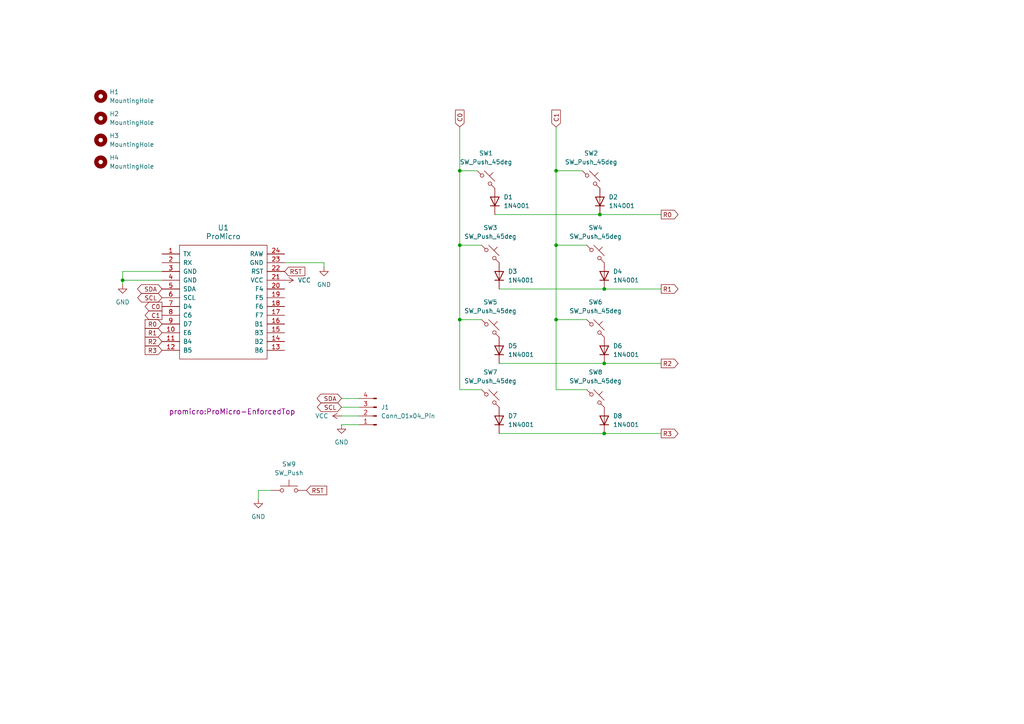
<source format=kicad_sch>
(kicad_sch (version 20231120) (generator "eeschema") (generator_version "8.0")
  (paper "A4")
  (lib_symbols
    (symbol "Connector:Conn_01x04_Pin" (pin_names (offset 1.016) hide)
      (property "Reference" "J" (at 0 5.08 0))
      (property "Value" "Conn_01x04_Pin" (at 0 -7.62 0))
      (symbol "Conn_01x04_Pin_1_1"
        (polyline (pts (xy 1.27 -5.08) (xy 0.8636 -5.08)) (stroke (width 0.1524)))
        (polyline (pts (xy 1.27 -2.54) (xy 0.8636 -2.54)) (stroke (width 0.1524)))
        (polyline (pts (xy 1.27 0) (xy 0.8636 0)) (stroke (width 0.1524)))
        (polyline (pts (xy 1.27 2.54) (xy 0.8636 2.54)) (stroke (width 0.1524)))
        (rectangle (start 0.8636 -4.953) (end 0 -5.207) (stroke (width 0.1524)) (fill (type outline)))
        (rectangle (start 0.8636 -2.413) (end 0 -2.667) (stroke (width 0.1524)) (fill (type outline)))
        (rectangle (start 0.8636 0.127) (end 0 -0.127) (stroke (width 0.1524)) (fill (type outline)))
        (rectangle (start 0.8636 2.667) (end 0 2.413) (stroke (width 0.1524)) (fill (type outline)))
        (pin passive line (at 5.08 2.54 180) (length 3.81) (name "Pin_1") (number "1"))
        (pin passive line (at 5.08 0 180) (length 3.81) (name "Pin_2") (number "2"))
        (pin passive line (at 5.08 -2.54 180) (length 3.81) (name "Pin_3") (number "3"))
        (pin passive line (at 5.08 -5.08 180) (length 3.81) (name "Pin_4") (number "4"))
      )
    )
    (symbol "Diode:1N4001" (pin_numbers hide) (pin_names hide)
      (property "Reference" "D" (at 0 2.54 0))
      (property "Value" "1N4001" (at 0 -2.54 0))
      (symbol "1N4001_0_1"
        (polyline (pts (xy -1.27 1.27) (xy -1.27 -1.27)) (stroke (width 0.254)))
        (polyline (pts (xy 1.27 0) (xy -1.27 0)))
        (polyline (pts (xy 1.27 1.27) (xy 1.27 -1.27) (xy -1.27 0) (xy 1.27 1.27)) (stroke (width 0.254)))
      )
      (symbol "1N4001_1_1"
        (pin passive line (at -3.81 0 0) (length 2.54) (name "K") (number "1"))
        (pin passive line (at 3.81 0 180) (length 2.54) (name "A") (number "2"))
      )
    )
    (symbol "Mechanical:MountingHole" (pin_names (offset 1.016)) (exclude_from_sim yes) (in_bom no)
      (property "Reference" "H" (at 0 5.08 0))
      (property "Value" "MountingHole" (at 0 3.175 0))
      (symbol "MountingHole_0_1"
        (circle (center 0 0) (radius 1.27) (stroke (width 1.27)))
      )
    )
    (symbol "Switch:SW_Push" (pin_numbers hide) (pin_names (offset 1.016) hide)
      (property "Reference" "SW" (at 1.27 2.54 0))
      (property "Value" "SW_Push" (at 0 -1.524 0))
      (symbol "SW_Push_0_1"
        (circle (center -2.032 0) (radius 0.508))
        (polyline (pts (xy 0 1.27) (xy 0 3.048)))
        (polyline (pts (xy 2.54 1.27) (xy -2.54 1.27)))
        (circle (center 2.032 0) (radius 0.508))
        (pin passive line (at -5.08 0 0) (length 2.54) (name "1") (number "1"))
        (pin passive line (at 5.08 0 180) (length 2.54) (name "2") (number "2"))
      )
    )
    (symbol "Switch:SW_Push_45deg" (pin_numbers hide) (pin_names (offset 1.016) hide)
      (property "Reference" "SW" (at 3.048 1.016 0))
      (property "Value" "SW_Push_45deg" (at 0 -3.81 0))
      (symbol "SW_Push_45deg_0_1"
        (circle (center -1.1684 1.1684) (radius 0.508))
        (polyline (pts (xy -0.508 2.54) (xy 2.54 -0.508)))
        (polyline (pts (xy 1.016 1.016) (xy 2.032 2.032)))
        (polyline (pts (xy -2.54 2.54) (xy -1.524 1.524) (xy -1.524 1.524)))
        (polyline (pts (xy 1.524 -1.524) (xy 2.54 -2.54) (xy 2.54 -2.54) (xy 2.54 -2.54)))
        (circle (center 1.143 -1.1938) (radius 0.508))
        (pin passive line (at -2.54 2.54 0) (length 0) (name "1") (number "1"))
        (pin passive line (at 2.54 -2.54 180) (length 0) (name "2") (number "2"))
      )
    )
    (symbol "power:GND" (power) (pin_numbers hide) (pin_names (offset 0) hide)
      (property "Value" "GND" (at 0 -3.81 0))
      (symbol "GND_0_1"
        (polyline (pts (xy 0 0) (xy 0 -1.27) (xy 1.27 -1.27) (xy 0 -2.54) (xy -1.27 -1.27) (xy 0 -1.27)))
      )
      (symbol "GND_1_1"
        (pin power_in line (at 0 0 270) (length 0) (name "~") (number "1"))
      )
    )
    (symbol "power:VCC" (power) (pin_numbers hide) (pin_names (offset 0) hide)
      (property "Value" "VCC" (at 0 3.556 0))
      (symbol "VCC_0_1"
        (polyline (pts (xy -0.762 1.27) (xy 0 2.54)))
        (polyline (pts (xy 0 0) (xy 0 2.54)))
        (polyline (pts (xy 0 2.54) (xy 0.762 1.27)))
      )
      (symbol "VCC_1_1"
        (pin power_in line (at 0 0 90) (length 0) (name "~") (number "1"))
      )
    )
    (symbol "promicro:ProMicro" (pin_names (offset 1.016))
      (property "Reference" "U" (at 0 24.13 0))
      (property "Value" "ProMicro" (at 0 -13.97 0))
      (symbol "ProMicro_0_1"
        (rectangle (start -12.7 21.59) (end 12.7 -11.43))
      )
      (symbol "ProMicro_1_1"
        (pin bidirectional line (at -17.78 19.05 0) (length 5.08) (name "TX") (number "1"))
        (pin bidirectional line (at -17.78 -3.81 0) (length 5.08) (name "E6") (number "10"))
        (pin bidirectional line (at -17.78 -6.35 0) (length 5.08) (name "B4") (number "11"))
        (pin bidirectional line (at -17.78 -8.89 0) (length 5.08) (name "B5") (number "12"))
        (pin bidirectional line (at 17.78 -8.89 180) (length 5.08) (name "B6") (number "13"))
        (pin bidirectional line (at 17.78 -6.35 180) (length 5.08) (name "B2") (number "14"))
        (pin bidirectional line (at 17.78 -3.81 180) (length 5.08) (name "B3") (number "15"))
        (pin bidirectional line (at 17.78 -1.27 180) (length 5.08) (name "B1") (number "16"))
        (pin bidirectional line (at 17.78 1.27 180) (length 5.08) (name "F7") (number "17"))
        (pin bidirectional line (at 17.78 3.81 180) (length 5.08) (name "F6") (number "18"))
        (pin bidirectional line (at 17.78 6.35 180) (length 5.08) (name "F5") (number "19"))
        (pin bidirectional line (at -17.78 16.51 0) (length 5.08) (name "RX") (number "2"))
        (pin bidirectional line (at 17.78 8.89 180) (length 5.08) (name "F4") (number "20"))
        (pin power_in line (at 17.78 11.43 180) (length 5.08) (name "VCC") (number "21"))
        (pin input line (at 17.78 13.97 180) (length 5.08) (name "RST") (number "22"))
        (pin power_in line (at 17.78 16.51 180) (length 5.08) (name "GND") (number "23"))
        (pin power_out line (at 17.78 19.05 180) (length 5.08) (name "RAW") (number "24"))
        (pin power_in line (at -17.78 13.97 0) (length 5.08) (name "GND") (number "3"))
        (pin power_in line (at -17.78 11.43 0) (length 5.08) (name "GND") (number "4"))
        (pin bidirectional line (at -17.78 8.89 0) (length 5.08) (name "SDA") (number "5"))
        (pin bidirectional line (at -17.78 6.35 0) (length 5.08) (name "SCL") (number "6"))
        (pin bidirectional line (at -17.78 3.81 0) (length 5.08) (name "D4") (number "7"))
        (pin bidirectional line (at -17.78 1.27 0) (length 5.08) (name "C6") (number "8"))
        (pin bidirectional line (at -17.78 -1.27 0) (length 5.08) (name "D7") (number "9"))
      )
    )
  )
  (junction (at 175.26 105.41))
  (junction (at 133.35 92.71))
  (junction (at 173.99 62.23))
  (junction (at 133.35 49.53))
  (junction (at 161.29 92.71))
  (junction (at 161.29 71.12))
  (junction (at 161.29 49.53))
  (junction (at 35.56 81.28))
  (junction (at 175.26 83.82))
  (junction (at 133.35 71.12))
  (junction (at 175.26 125.73))
  (wire (pts (xy 175.26 105.41) (xy 191.77 105.41)))
  (wire (pts (xy 175.26 83.82) (xy 191.77 83.82)))
  (wire (pts (xy 175.26 125.73) (xy 191.77 125.73)))
  (wire (pts (xy 35.56 78.74) (xy 35.56 81.28)))
  (wire (pts (xy 161.29 71.12) (xy 170.18 71.12)))
  (wire (pts (xy 144.78 105.41) (xy 175.26 105.41)))
  (wire (pts (xy 161.29 71.12) (xy 161.29 92.71)))
  (wire (pts (xy 133.35 36.83) (xy 133.35 49.53)))
  (wire (pts (xy 133.35 49.53) (xy 138.43 49.53)))
  (wire (pts (xy 99.06 115.57) (xy 104.14 115.57)))
  (wire (pts (xy 82.55 76.2) (xy 93.98 76.2)))
  (wire (pts (xy 133.35 49.53) (xy 133.35 71.12)))
  (wire (pts (xy 99.06 123.19) (xy 104.14 123.19)))
  (wire (pts (xy 133.35 113.03) (xy 139.7 113.03)))
  (wire (pts (xy 35.56 81.28) (xy 46.99 81.28)))
  (wire (pts (xy 161.29 36.83) (xy 161.29 49.53)))
  (wire (pts (xy 78.74 142.24) (xy 74.93 142.24)))
  (wire (pts (xy 35.56 81.28) (xy 35.56 82.55)))
  (wire (pts (xy 133.35 71.12) (xy 133.35 92.71)))
  (wire (pts (xy 74.93 142.24) (xy 74.93 144.78)))
  (wire (pts (xy 46.99 78.74) (xy 35.56 78.74)))
  (wire (pts (xy 161.29 92.71) (xy 161.29 113.03)))
  (wire (pts (xy 99.06 118.11) (xy 104.14 118.11)))
  (wire (pts (xy 161.29 113.03) (xy 170.18 113.03)))
  (wire (pts (xy 161.29 49.53) (xy 168.91 49.53)))
  (wire (pts (xy 144.78 125.73) (xy 175.26 125.73)))
  (wire (pts (xy 93.98 77.47) (xy 93.98 76.2)))
  (wire (pts (xy 133.35 92.71) (xy 133.35 113.03)))
  (wire (pts (xy 133.35 71.12) (xy 139.7 71.12)))
  (wire (pts (xy 143.51 62.23) (xy 173.99 62.23)))
  (wire (pts (xy 144.78 83.82) (xy 175.26 83.82)))
  (wire (pts (xy 133.35 92.71) (xy 139.7 92.71)))
  (wire (pts (xy 161.29 92.71) (xy 170.18 92.71)))
  (wire (pts (xy 161.29 49.53) (xy 161.29 71.12)))
  (wire (pts (xy 99.06 120.65) (xy 104.14 120.65)))
  (wire (pts (xy 173.99 62.23) (xy 191.77 62.23)))
  (global_label "R0" (shape input) (at 46.99 93.98 180) (property "Intersheetrefs" "${INTERSHEET_REFS}" (effects (hide yes))))
  (global_label "R1" (shape input) (at 46.99 96.52 180) (property "Intersheetrefs" "${INTERSHEET_REFS}" (effects (hide yes))))
  (global_label "C1" (shape input) (at 161.29 36.83 90) (property "Intersheetrefs" "${INTERSHEET_REFS}" (effects (hide yes))))
  (global_label "R3" (shape output) (at 191.77 125.73 0) (property "Intersheetrefs" "${INTERSHEET_REFS}" (effects (hide yes))))
  (global_label "R3" (shape input) (at 46.99 101.6 180) (property "Intersheetrefs" "${INTERSHEET_REFS}" (effects (hide yes))))
  (global_label "C1" (shape output) (at 46.99 91.44 180) (property "Intersheetrefs" "${INTERSHEET_REFS}" (effects (hide yes))))
  (global_label "SDA" (shape bidirectional) (at 46.99 83.82 180) (property "Intersheetrefs" "${INTERSHEET_REFS}" (effects (hide yes))))
  (global_label "R2" (shape input) (at 46.99 99.06 180) (property "Intersheetrefs" "${INTERSHEET_REFS}" (effects (hide yes))))
  (global_label "SCL" (shape bidirectional) (at 99.06 118.11 180) (property "Intersheetrefs" "${INTERSHEET_REFS}" (effects (hide yes))))
  (global_label "SDA" (shape bidirectional) (at 99.06 115.57 180) (property "Intersheetrefs" "${INTERSHEET_REFS}" (effects (hide yes))))
  (global_label "RST" (shape input) (at 88.9 142.24 0) (property "Intersheetrefs" "${INTERSHEET_REFS}" (effects (hide yes))))
  (global_label "R1" (shape output) (at 191.77 83.82 0) (property "Intersheetrefs" "${INTERSHEET_REFS}" (effects (hide yes))))
  (global_label "R2" (shape output) (at 191.77 105.41 0) (property "Intersheetrefs" "${INTERSHEET_REFS}" (effects (hide yes))))
  (global_label "RST" (shape input) (at 82.55 78.74 0) (property "Intersheetrefs" "${INTERSHEET_REFS}" (effects (hide yes))))
  (global_label "C0" (shape output) (at 46.99 88.9 180) (property "Intersheetrefs" "${INTERSHEET_REFS}" (effects (hide yes))))
  (global_label "C0" (shape input) (at 133.35 36.83 90) (property "Intersheetrefs" "${INTERSHEET_REFS}" (effects (hide yes))))
  (global_label "SCL" (shape bidirectional) (at 46.99 86.36 180) (property "Intersheetrefs" "${INTERSHEET_REFS}" (effects (hide yes))))
  (global_label "R0" (shape output) (at 191.77 62.23 0) (property "Intersheetrefs" "${INTERSHEET_REFS}" (effects (hide yes))))
  (symbol (lib_id "power:GND") (at 35.56 82.55 0) (unit 1)
    (property "Reference" "#PWR01" (effects (hide yes)))
    (property "Value" "GND" (at 35.56 87.63 0))
    (property "Description" "Power symbol creates a global label with name \"GND\" , ground" (effects (hide yes)))
  )
  (symbol (lib_id "Diode:1N4001") (at 175.26 121.92 90) (unit 1)
    (property "Reference" "D8" (at 177.8 120.6499 90) (effects (justify right)))
    (property "Value" "1N4001" (at 177.8 123.1899 90) (effects (justify right)))
    (property "Footprint" "Diode_THT:D_DO-41_SOD81_P10.16mm_Horizontal" (effects (hide yes)))
    (property "Datasheet" "http://www.vishay.com/docs/88503/1n4001.pdf" (effects (hide yes)))
    (property "Description" "50V 1A General Purpose Rectifier Diode, DO-41" (effects (hide yes)))
    (property "Sim.Device" "D" (effects (hide yes)))
    (property "Sim.Pins" "1=K 2=A" (effects (hide yes)))
  )
  (symbol (lib_id "Diode:1N4001") (at 143.51 58.42 90) (unit 1)
    (property "Reference" "D1" (at 146.05 57.1499 90) (effects (justify right)))
    (property "Value" "1N4001" (at 146.05 59.6899 90) (effects (justify right)))
    (property "Footprint" "Diode_THT:D_DO-41_SOD81_P10.16mm_Horizontal" (effects (hide yes)))
    (property "Datasheet" "http://www.vishay.com/docs/88503/1n4001.pdf" (effects (hide yes)))
    (property "Description" "50V 1A General Purpose Rectifier Diode, DO-41" (effects (hide yes)))
    (property "Sim.Device" "D" (effects (hide yes)))
    (property "Sim.Pins" "1=K 2=A" (effects (hide yes)))
  )
  (symbol (lib_id "power:GND") (at 99.06 123.19 0) (unit 1)
    (property "Reference" "#PWR05" (effects (hide yes)))
    (property "Value" "GND" (at 99.06 128.27 0))
    (property "Description" "Power symbol creates a global label with name \"GND\" , ground" (effects (hide yes)))
  )
  (symbol (lib_id "Switch:SW_Push_45deg") (at 172.72 115.57 0) (unit 1)
    (property "Reference" "SW8" (at 172.72 107.95 0))
    (property "Value" "SW_Push_45deg" (at 172.72 110.49 0))
    (property "Footprint" "Button_Switch_Keyboard:SW_Cherry_MX_1.00u_PCB" (effects (hide yes)))
    (property "Description" "Push button switch, normally open, two pins, 45° tilted" (effects (hide yes)))
  )
  (symbol (lib_id "Switch:SW_Push_45deg") (at 140.97 52.07 0) (unit 1)
    (property "Reference" "SW1" (at 140.97 44.45 0))
    (property "Value" "SW_Push_45deg" (at 140.97 46.99 0))
    (property "Footprint" "Button_Switch_Keyboard:SW_Cherry_MX_1.00u_PCB" (effects (hide yes)))
    (property "Description" "Push button switch, normally open, two pins, 45° tilted" (effects (hide yes)))
  )
  (symbol (lib_id "promicro:ProMicro") (at 64.77 92.71 0) (unit 1)
    (property "Reference" "U1" (at 64.77 66.04 0) (effects (font (size 1.524 1.524))))
    (property "Value" "ProMicro" (at 64.77 68.58 0) (effects (font (size 1.524 1.524))))
    (property "Footprint" "promicro:ProMicro-EnforcedTop" (at 67.31 119.38 0) (effects (font (size 1.524 1.524))))
  )
  (symbol (lib_id "Diode:1N4001") (at 175.26 80.01 90) (unit 1)
    (property "Reference" "D4" (at 177.8 78.7399 90) (effects (justify right)))
    (property "Value" "1N4001" (at 177.8 81.2799 90) (effects (justify right)))
    (property "Footprint" "Diode_THT:D_DO-41_SOD81_P10.16mm_Horizontal" (effects (hide yes)))
    (property "Datasheet" "http://www.vishay.com/docs/88503/1n4001.pdf" (effects (hide yes)))
    (property "Description" "50V 1A General Purpose Rectifier Diode, DO-41" (effects (hide yes)))
    (property "Sim.Device" "D" (effects (hide yes)))
    (property "Sim.Pins" "1=K 2=A" (effects (hide yes)))
  )
  (symbol (lib_id "power:VCC") (at 82.55 81.28 270) (unit 1)
    (property "Reference" "#PWR03" (effects (hide yes)))
    (property "Value" "VCC" (at 86.36 81.2799 90) (effects (justify left)))
    (property "Description" "Power symbol creates a global label with name \"VCC\"" (effects (hide yes)))
  )
  (symbol (lib_id "power:GND") (at 93.98 77.47 0) (unit 1)
    (property "Reference" "#PWR02" (effects (hide yes)))
    (property "Value" "GND" (at 93.98 82.55 0))
    (property "Description" "Power symbol creates a global label with name \"GND\" , ground" (effects (hide yes)))
  )
  (symbol (lib_id "Switch:SW_Push") (at 83.82 142.24 0) (unit 1)
    (property "Reference" "SW9" (at 83.82 134.62 0))
    (property "Value" "SW_Push" (at 83.82 137.16 0))
    (property "Footprint" "Button_Switch_THT:SW_PUSH_6mm" (effects (hide yes)))
    (property "Description" "Push button switch, generic, two pins" (effects (hide yes)))
  )
  (symbol (lib_id "Switch:SW_Push_45deg") (at 171.45 52.07 0) (unit 1)
    (property "Reference" "SW2" (at 171.45 44.45 0))
    (property "Value" "SW_Push_45deg" (at 171.45 46.99 0))
    (property "Footprint" "Button_Switch_Keyboard:SW_Cherry_MX_1.00u_PCB" (effects (hide yes)))
    (property "Description" "Push button switch, normally open, two pins, 45° tilted" (effects (hide yes)))
  )
  (symbol (lib_id "Mechanical:MountingHole") (at 29.21 40.64 0) (unit 1) (exclude_from_sim yes) (in_bom no)
    (property "Reference" "H3" (at 31.75 39.3699 0) (effects (justify left)))
    (property "Value" "MountingHole" (at 31.75 41.9099 0) (effects (justify left)))
    (property "Footprint" "MountingHole:MountingHole_3.2mm_M3" (effects (hide yes)))
    (property "Description" "Mounting Hole without connection" (effects (hide yes)))
  )
  (symbol (lib_id "Switch:SW_Push_45deg") (at 172.72 73.66 0) (unit 1)
    (property "Reference" "SW4" (at 172.72 66.04 0))
    (property "Value" "SW_Push_45deg" (at 172.72 68.58 0))
    (property "Footprint" "Button_Switch_Keyboard:SW_Cherry_MX_1.00u_PCB" (effects (hide yes)))
    (property "Description" "Push button switch, normally open, two pins, 45° tilted" (effects (hide yes)))
  )
  (symbol (lib_id "Switch:SW_Push_45deg") (at 142.24 95.25 0) (unit 1)
    (property "Reference" "SW5" (at 142.24 87.63 0))
    (property "Value" "SW_Push_45deg" (at 142.24 90.17 0))
    (property "Footprint" "Button_Switch_Keyboard:SW_Cherry_MX_1.00u_PCB" (effects (hide yes)))
    (property "Description" "Push button switch, normally open, two pins, 45° tilted" (effects (hide yes)))
  )
  (symbol (lib_id "Diode:1N4001") (at 144.78 80.01 90) (unit 1)
    (property "Reference" "D3" (at 147.32 78.7399 90) (effects (justify right)))
    (property "Value" "1N4001" (at 147.32 81.2799 90) (effects (justify right)))
    (property "Footprint" "Diode_THT:D_DO-41_SOD81_P10.16mm_Horizontal" (effects (hide yes)))
    (property "Datasheet" "http://www.vishay.com/docs/88503/1n4001.pdf" (effects (hide yes)))
    (property "Description" "50V 1A General Purpose Rectifier Diode, DO-41" (effects (hide yes)))
    (property "Sim.Device" "D" (effects (hide yes)))
    (property "Sim.Pins" "1=K 2=A" (effects (hide yes)))
  )
  (symbol (lib_id "Switch:SW_Push_45deg") (at 142.24 115.57 0) (unit 1)
    (property "Reference" "SW7" (at 142.24 107.95 0))
    (property "Value" "SW_Push_45deg" (at 142.24 110.49 0))
    (property "Footprint" "Button_Switch_Keyboard:SW_Cherry_MX_1.00u_PCB" (effects (hide yes)))
    (property "Description" "Push button switch, normally open, two pins, 45° tilted" (effects (hide yes)))
  )
  (symbol (lib_id "Mechanical:MountingHole") (at 29.21 34.29 0) (unit 1) (exclude_from_sim yes) (in_bom no)
    (property "Reference" "H2" (at 31.75 33.0199 0) (effects (justify left)))
    (property "Value" "MountingHole" (at 31.75 35.5599 0) (effects (justify left)))
    (property "Footprint" "MountingHole:MountingHole_3.2mm_M3" (effects (hide yes)))
    (property "Description" "Mounting Hole without connection" (effects (hide yes)))
  )
  (symbol (lib_id "Switch:SW_Push_45deg") (at 172.72 95.25 0) (unit 1)
    (property "Reference" "SW6" (at 172.72 87.63 0))
    (property "Value" "SW_Push_45deg" (at 172.72 90.17 0))
    (property "Footprint" "Button_Switch_Keyboard:SW_Cherry_MX_1.00u_PCB" (effects (hide yes)))
    (property "Description" "Push button switch, normally open, two pins, 45° tilted" (effects (hide yes)))
  )
  (symbol (lib_id "power:GND") (at 74.93 144.78 0) (unit 1)
    (property "Reference" "#PWR06" (effects (hide yes)))
    (property "Value" "GND" (at 74.93 149.86 0))
    (property "Description" "Power symbol creates a global label with name \"GND\" , ground" (effects (hide yes)))
  )
  (symbol (lib_id "Diode:1N4001") (at 175.26 101.6 90) (unit 1)
    (property "Reference" "D6" (at 177.8 100.3299 90) (effects (justify right)))
    (property "Value" "1N4001" (at 177.8 102.8699 90) (effects (justify right)))
    (property "Footprint" "Diode_THT:D_DO-41_SOD81_P10.16mm_Horizontal" (effects (hide yes)))
    (property "Datasheet" "http://www.vishay.com/docs/88503/1n4001.pdf" (effects (hide yes)))
    (property "Description" "50V 1A General Purpose Rectifier Diode, DO-41" (effects (hide yes)))
    (property "Sim.Device" "D" (effects (hide yes)))
    (property "Sim.Pins" "1=K 2=A" (effects (hide yes)))
  )
  (symbol (lib_id "Mechanical:MountingHole") (at 29.21 27.94 0) (unit 1) (exclude_from_sim yes) (in_bom no)
    (property "Reference" "H1" (at 31.75 26.6699 0) (effects (justify left)))
    (property "Value" "MountingHole" (at 31.75 29.2099 0) (effects (justify left)))
    (property "Footprint" "MountingHole:MountingHole_3.2mm_M3" (effects (hide yes)))
    (property "Description" "Mounting Hole without connection" (effects (hide yes)))
  )
  (symbol (lib_id "Connector:Conn_01x04_Pin") (at 109.22 120.65 180) (unit 1)
    (property "Reference" "J1" (at 110.49 118.1099 0) (effects (justify right)))
    (property "Value" "Conn_01x04_Pin" (at 110.49 120.6499 0) (effects (justify right)))
    (property "Footprint" "Connector_PinHeader_2.54mm:PinHeader_1x04_P2.54mm_Vertical" (effects (hide yes)))
    (property "Description" "Generic connector, single row, 01x04, script generated" (effects (hide yes)))
  )
  (symbol (lib_id "Diode:1N4001") (at 144.78 101.6 90) (unit 1)
    (property "Reference" "D5" (at 147.32 100.3299 90) (effects (justify right)))
    (property "Value" "1N4001" (at 147.32 102.8699 90) (effects (justify right)))
    (property "Footprint" "Diode_THT:D_DO-41_SOD81_P10.16mm_Horizontal" (effects (hide yes)))
    (property "Datasheet" "http://www.vishay.com/docs/88503/1n4001.pdf" (effects (hide yes)))
    (property "Description" "50V 1A General Purpose Rectifier Diode, DO-41" (effects (hide yes)))
    (property "Sim.Device" "D" (effects (hide yes)))
    (property "Sim.Pins" "1=K 2=A" (effects (hide yes)))
  )
  (symbol (lib_id "Diode:1N4001") (at 173.99 58.42 90) (unit 1)
    (property "Reference" "D2" (at 176.53 57.1499 90) (effects (justify right)))
    (property "Value" "1N4001" (at 176.53 59.6899 90) (effects (justify right)))
    (property "Footprint" "Diode_THT:D_DO-41_SOD81_P10.16mm_Horizontal" (effects (hide yes)))
    (property "Datasheet" "http://www.vishay.com/docs/88503/1n4001.pdf" (effects (hide yes)))
    (property "Description" "50V 1A General Purpose Rectifier Diode, DO-41" (effects (hide yes)))
    (property "Sim.Device" "D" (effects (hide yes)))
    (property "Sim.Pins" "1=K 2=A" (effects (hide yes)))
  )
  (symbol (lib_id "Diode:1N4001") (at 144.78 121.92 90) (unit 1)
    (property "Reference" "D7" (at 147.32 120.6499 90) (effects (justify right)))
    (property "Value" "1N4001" (at 147.32 123.1899 90) (effects (justify right)))
    (property "Footprint" "Diode_THT:D_DO-41_SOD81_P10.16mm_Horizontal" (effects (hide yes)))
    (property "Datasheet" "http://www.vishay.com/docs/88503/1n4001.pdf" (effects (hide yes)))
    (property "Description" "50V 1A General Purpose Rectifier Diode, DO-41" (effects (hide yes)))
    (property "Sim.Device" "D" (effects (hide yes)))
    (property "Sim.Pins" "1=K 2=A" (effects (hide yes)))
  )
  (symbol (lib_id "Switch:SW_Push_45deg") (at 142.24 73.66 0) (unit 1)
    (property "Reference" "SW3" (at 142.24 66.04 0))
    (property "Value" "SW_Push_45deg" (at 142.24 68.58 0))
    (property "Footprint" "Button_Switch_Keyboard:SW_Cherry_MX_1.00u_PCB" (effects (hide yes)))
    (property "Description" "Push button switch, normally open, two pins, 45° tilted" (effects (hide yes)))
  )
  (symbol (lib_id "Mechanical:MountingHole") (at 29.21 46.99 0) (unit 1) (exclude_from_sim yes) (in_bom no)
    (property "Reference" "H4" (at 31.75 45.7199 0) (effects (justify left)))
    (property "Value" "MountingHole" (at 31.75 48.2599 0) (effects (justify left)))
    (property "Footprint" "MountingHole:MountingHole_3.2mm_M3" (effects (hide yes)))
    (property "Description" "Mounting Hole without connection" (effects (hide yes)))
  )
  (symbol (lib_id "power:VCC") (at 99.06 120.65 90) (unit 1)
    (property "Reference" "#PWR04" (effects (hide yes)))
    (property "Value" "VCC" (at 95.25 120.6499 90) (effects (justify left)))
    (property "Description" "Power symbol creates a global label with name \"VCC\"" (effects (hide yes)))
  )
)
</source>
